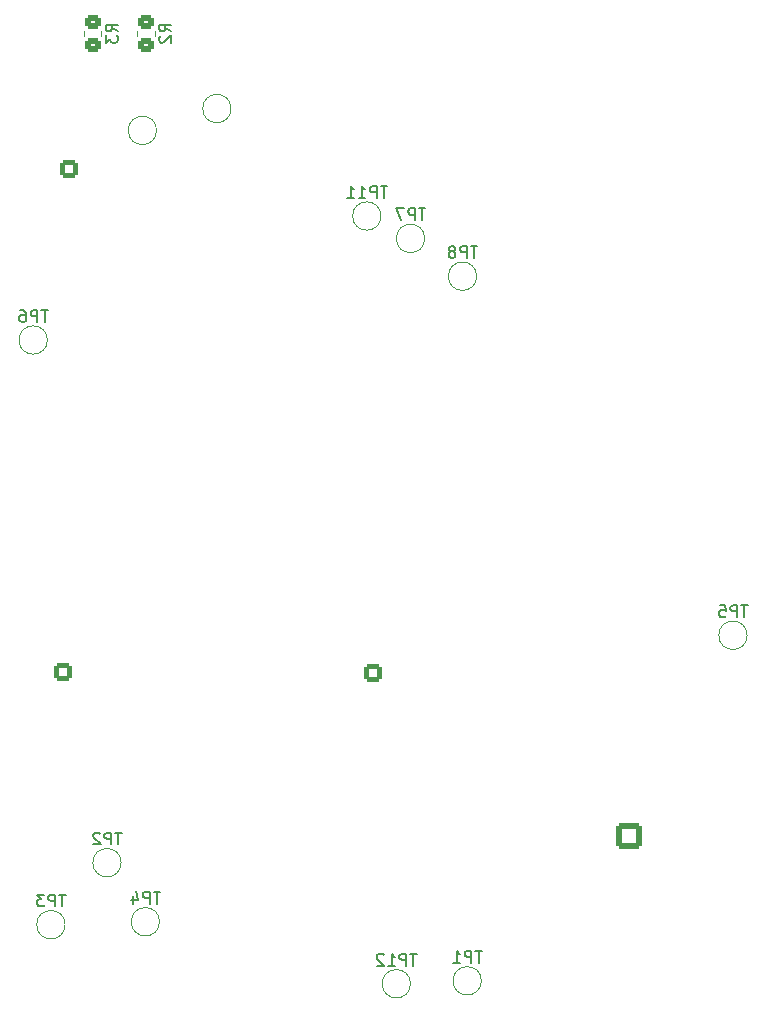
<source format=gbr>
%TF.GenerationSoftware,KiCad,Pcbnew,9.0.6*%
%TF.CreationDate,2026-01-02T13:15:05-05:00*%
%TF.ProjectId,Ionto,496f6e74-6f2e-46b6-9963-61645f706362,rev?*%
%TF.SameCoordinates,Original*%
%TF.FileFunction,Legend,Bot*%
%TF.FilePolarity,Positive*%
%FSLAX46Y46*%
G04 Gerber Fmt 4.6, Leading zero omitted, Abs format (unit mm)*
G04 Created by KiCad (PCBNEW 9.0.6) date 2026-01-02 13:15:05*
%MOMM*%
%LPD*%
G01*
G04 APERTURE LIST*
G04 Aperture macros list*
%AMRoundRect*
0 Rectangle with rounded corners*
0 $1 Rounding radius*
0 $2 $3 $4 $5 $6 $7 $8 $9 X,Y pos of 4 corners*
0 Add a 4 corners polygon primitive as box body*
4,1,4,$2,$3,$4,$5,$6,$7,$8,$9,$2,$3,0*
0 Add four circle primitives for the rounded corners*
1,1,$1+$1,$2,$3*
1,1,$1+$1,$4,$5*
1,1,$1+$1,$6,$7*
1,1,$1+$1,$8,$9*
0 Add four rect primitives between the rounded corners*
20,1,$1+$1,$2,$3,$4,$5,0*
20,1,$1+$1,$4,$5,$6,$7,0*
20,1,$1+$1,$6,$7,$8,$9,0*
20,1,$1+$1,$8,$9,$2,$3,0*%
G04 Aperture macros list end*
%ADD10C,0.150000*%
%ADD11C,0.120000*%
%ADD12C,3.200000*%
%ADD13C,2.600000*%
%ADD14C,4.400000*%
%ADD15O,3.200000X1.900000*%
%ADD16C,1.700000*%
%ADD17C,3.500000*%
%ADD18RoundRect,0.250000X0.550000X0.550000X-0.550000X0.550000X-0.550000X-0.550000X0.550000X-0.550000X0*%
%ADD19C,1.600000*%
%ADD20R,1.050000X1.500000*%
%ADD21O,1.050000X1.500000*%
%ADD22RoundRect,0.650000X0.650000X-0.650000X0.650000X0.650000X-0.650000X0.650000X-0.650000X-0.650000X0*%
%ADD23R,1.700000X1.700000*%
%ADD24C,2.200000*%
%ADD25R,2.000000X1.905000*%
%ADD26O,2.000000X1.905000*%
%ADD27C,3.000000*%
%ADD28C,2.500000*%
%ADD29RoundRect,0.249999X-0.850001X-0.850001X0.850001X-0.850001X0.850001X0.850001X-0.850001X0.850001X0*%
%ADD30R,2.000000X2.000000*%
%ADD31C,2.000000*%
%ADD32C,2.400000*%
%ADD33RoundRect,0.250000X-0.550000X0.550000X-0.550000X-0.550000X0.550000X-0.550000X0.550000X0.550000X0*%
%ADD34C,0.650000*%
%ADD35O,1.000000X2.100000*%
%ADD36O,1.000000X1.600000*%
%ADD37R,1.500000X1.500000*%
%ADD38RoundRect,0.250000X0.450000X-0.350000X0.450000X0.350000X-0.450000X0.350000X-0.450000X-0.350000X0*%
G04 APERTURE END LIST*
D10*
X44411904Y-97966819D02*
X43840476Y-97966819D01*
X44126190Y-98966819D02*
X44126190Y-97966819D01*
X43507142Y-98966819D02*
X43507142Y-97966819D01*
X43507142Y-97966819D02*
X43126190Y-97966819D01*
X43126190Y-97966819D02*
X43030952Y-98014438D01*
X43030952Y-98014438D02*
X42983333Y-98062057D01*
X42983333Y-98062057D02*
X42935714Y-98157295D01*
X42935714Y-98157295D02*
X42935714Y-98300152D01*
X42935714Y-98300152D02*
X42983333Y-98395390D01*
X42983333Y-98395390D02*
X43030952Y-98443009D01*
X43030952Y-98443009D02*
X43126190Y-98490628D01*
X43126190Y-98490628D02*
X43507142Y-98490628D01*
X42078571Y-98300152D02*
X42078571Y-98966819D01*
X42316666Y-97919200D02*
X42554761Y-98633485D01*
X42554761Y-98633485D02*
X41935714Y-98633485D01*
X41161904Y-92966819D02*
X40590476Y-92966819D01*
X40876190Y-93966819D02*
X40876190Y-92966819D01*
X40257142Y-93966819D02*
X40257142Y-92966819D01*
X40257142Y-92966819D02*
X39876190Y-92966819D01*
X39876190Y-92966819D02*
X39780952Y-93014438D01*
X39780952Y-93014438D02*
X39733333Y-93062057D01*
X39733333Y-93062057D02*
X39685714Y-93157295D01*
X39685714Y-93157295D02*
X39685714Y-93300152D01*
X39685714Y-93300152D02*
X39733333Y-93395390D01*
X39733333Y-93395390D02*
X39780952Y-93443009D01*
X39780952Y-93443009D02*
X39876190Y-93490628D01*
X39876190Y-93490628D02*
X40257142Y-93490628D01*
X39304761Y-93062057D02*
X39257142Y-93014438D01*
X39257142Y-93014438D02*
X39161904Y-92966819D01*
X39161904Y-92966819D02*
X38923809Y-92966819D01*
X38923809Y-92966819D02*
X38828571Y-93014438D01*
X38828571Y-93014438D02*
X38780952Y-93062057D01*
X38780952Y-93062057D02*
X38733333Y-93157295D01*
X38733333Y-93157295D02*
X38733333Y-93252533D01*
X38733333Y-93252533D02*
X38780952Y-93395390D01*
X38780952Y-93395390D02*
X39352380Y-93966819D01*
X39352380Y-93966819D02*
X38733333Y-93966819D01*
X40804819Y-25133333D02*
X40328628Y-24800000D01*
X40804819Y-24561905D02*
X39804819Y-24561905D01*
X39804819Y-24561905D02*
X39804819Y-24942857D01*
X39804819Y-24942857D02*
X39852438Y-25038095D01*
X39852438Y-25038095D02*
X39900057Y-25085714D01*
X39900057Y-25085714D02*
X39995295Y-25133333D01*
X39995295Y-25133333D02*
X40138152Y-25133333D01*
X40138152Y-25133333D02*
X40233390Y-25085714D01*
X40233390Y-25085714D02*
X40281009Y-25038095D01*
X40281009Y-25038095D02*
X40328628Y-24942857D01*
X40328628Y-24942857D02*
X40328628Y-24561905D01*
X39804819Y-25466667D02*
X39804819Y-26085714D01*
X39804819Y-26085714D02*
X40185771Y-25752381D01*
X40185771Y-25752381D02*
X40185771Y-25895238D01*
X40185771Y-25895238D02*
X40233390Y-25990476D01*
X40233390Y-25990476D02*
X40281009Y-26038095D01*
X40281009Y-26038095D02*
X40376247Y-26085714D01*
X40376247Y-26085714D02*
X40614342Y-26085714D01*
X40614342Y-26085714D02*
X40709580Y-26038095D01*
X40709580Y-26038095D02*
X40757200Y-25990476D01*
X40757200Y-25990476D02*
X40804819Y-25895238D01*
X40804819Y-25895238D02*
X40804819Y-25609524D01*
X40804819Y-25609524D02*
X40757200Y-25514286D01*
X40757200Y-25514286D02*
X40709580Y-25466667D01*
X63638094Y-38216819D02*
X63066666Y-38216819D01*
X63352380Y-39216819D02*
X63352380Y-38216819D01*
X62733332Y-39216819D02*
X62733332Y-38216819D01*
X62733332Y-38216819D02*
X62352380Y-38216819D01*
X62352380Y-38216819D02*
X62257142Y-38264438D01*
X62257142Y-38264438D02*
X62209523Y-38312057D01*
X62209523Y-38312057D02*
X62161904Y-38407295D01*
X62161904Y-38407295D02*
X62161904Y-38550152D01*
X62161904Y-38550152D02*
X62209523Y-38645390D01*
X62209523Y-38645390D02*
X62257142Y-38693009D01*
X62257142Y-38693009D02*
X62352380Y-38740628D01*
X62352380Y-38740628D02*
X62733332Y-38740628D01*
X61209523Y-39216819D02*
X61780951Y-39216819D01*
X61495237Y-39216819D02*
X61495237Y-38216819D01*
X61495237Y-38216819D02*
X61590475Y-38359676D01*
X61590475Y-38359676D02*
X61685713Y-38454914D01*
X61685713Y-38454914D02*
X61780951Y-38502533D01*
X60257142Y-39216819D02*
X60828570Y-39216819D01*
X60542856Y-39216819D02*
X60542856Y-38216819D01*
X60542856Y-38216819D02*
X60638094Y-38359676D01*
X60638094Y-38359676D02*
X60733332Y-38454914D01*
X60733332Y-38454914D02*
X60828570Y-38502533D01*
X45304819Y-25133333D02*
X44828628Y-24800000D01*
X45304819Y-24561905D02*
X44304819Y-24561905D01*
X44304819Y-24561905D02*
X44304819Y-24942857D01*
X44304819Y-24942857D02*
X44352438Y-25038095D01*
X44352438Y-25038095D02*
X44400057Y-25085714D01*
X44400057Y-25085714D02*
X44495295Y-25133333D01*
X44495295Y-25133333D02*
X44638152Y-25133333D01*
X44638152Y-25133333D02*
X44733390Y-25085714D01*
X44733390Y-25085714D02*
X44781009Y-25038095D01*
X44781009Y-25038095D02*
X44828628Y-24942857D01*
X44828628Y-24942857D02*
X44828628Y-24561905D01*
X44400057Y-25514286D02*
X44352438Y-25561905D01*
X44352438Y-25561905D02*
X44304819Y-25657143D01*
X44304819Y-25657143D02*
X44304819Y-25895238D01*
X44304819Y-25895238D02*
X44352438Y-25990476D01*
X44352438Y-25990476D02*
X44400057Y-26038095D01*
X44400057Y-26038095D02*
X44495295Y-26085714D01*
X44495295Y-26085714D02*
X44590533Y-26085714D01*
X44590533Y-26085714D02*
X44733390Y-26038095D01*
X44733390Y-26038095D02*
X45304819Y-25466667D01*
X45304819Y-25466667D02*
X45304819Y-26085714D01*
X36411904Y-98216819D02*
X35840476Y-98216819D01*
X36126190Y-99216819D02*
X36126190Y-98216819D01*
X35507142Y-99216819D02*
X35507142Y-98216819D01*
X35507142Y-98216819D02*
X35126190Y-98216819D01*
X35126190Y-98216819D02*
X35030952Y-98264438D01*
X35030952Y-98264438D02*
X34983333Y-98312057D01*
X34983333Y-98312057D02*
X34935714Y-98407295D01*
X34935714Y-98407295D02*
X34935714Y-98550152D01*
X34935714Y-98550152D02*
X34983333Y-98645390D01*
X34983333Y-98645390D02*
X35030952Y-98693009D01*
X35030952Y-98693009D02*
X35126190Y-98740628D01*
X35126190Y-98740628D02*
X35507142Y-98740628D01*
X34602380Y-98216819D02*
X33983333Y-98216819D01*
X33983333Y-98216819D02*
X34316666Y-98597771D01*
X34316666Y-98597771D02*
X34173809Y-98597771D01*
X34173809Y-98597771D02*
X34078571Y-98645390D01*
X34078571Y-98645390D02*
X34030952Y-98693009D01*
X34030952Y-98693009D02*
X33983333Y-98788247D01*
X33983333Y-98788247D02*
X33983333Y-99026342D01*
X33983333Y-99026342D02*
X34030952Y-99121580D01*
X34030952Y-99121580D02*
X34078571Y-99169200D01*
X34078571Y-99169200D02*
X34173809Y-99216819D01*
X34173809Y-99216819D02*
X34459523Y-99216819D01*
X34459523Y-99216819D02*
X34554761Y-99169200D01*
X34554761Y-99169200D02*
X34602380Y-99121580D01*
X94161904Y-73716819D02*
X93590476Y-73716819D01*
X93876190Y-74716819D02*
X93876190Y-73716819D01*
X93257142Y-74716819D02*
X93257142Y-73716819D01*
X93257142Y-73716819D02*
X92876190Y-73716819D01*
X92876190Y-73716819D02*
X92780952Y-73764438D01*
X92780952Y-73764438D02*
X92733333Y-73812057D01*
X92733333Y-73812057D02*
X92685714Y-73907295D01*
X92685714Y-73907295D02*
X92685714Y-74050152D01*
X92685714Y-74050152D02*
X92733333Y-74145390D01*
X92733333Y-74145390D02*
X92780952Y-74193009D01*
X92780952Y-74193009D02*
X92876190Y-74240628D01*
X92876190Y-74240628D02*
X93257142Y-74240628D01*
X91780952Y-73716819D02*
X92257142Y-73716819D01*
X92257142Y-73716819D02*
X92304761Y-74193009D01*
X92304761Y-74193009D02*
X92257142Y-74145390D01*
X92257142Y-74145390D02*
X92161904Y-74097771D01*
X92161904Y-74097771D02*
X91923809Y-74097771D01*
X91923809Y-74097771D02*
X91828571Y-74145390D01*
X91828571Y-74145390D02*
X91780952Y-74193009D01*
X91780952Y-74193009D02*
X91733333Y-74288247D01*
X91733333Y-74288247D02*
X91733333Y-74526342D01*
X91733333Y-74526342D02*
X91780952Y-74621580D01*
X91780952Y-74621580D02*
X91828571Y-74669200D01*
X91828571Y-74669200D02*
X91923809Y-74716819D01*
X91923809Y-74716819D02*
X92161904Y-74716819D01*
X92161904Y-74716819D02*
X92257142Y-74669200D01*
X92257142Y-74669200D02*
X92304761Y-74621580D01*
X66861904Y-40116819D02*
X66290476Y-40116819D01*
X66576190Y-41116819D02*
X66576190Y-40116819D01*
X65957142Y-41116819D02*
X65957142Y-40116819D01*
X65957142Y-40116819D02*
X65576190Y-40116819D01*
X65576190Y-40116819D02*
X65480952Y-40164438D01*
X65480952Y-40164438D02*
X65433333Y-40212057D01*
X65433333Y-40212057D02*
X65385714Y-40307295D01*
X65385714Y-40307295D02*
X65385714Y-40450152D01*
X65385714Y-40450152D02*
X65433333Y-40545390D01*
X65433333Y-40545390D02*
X65480952Y-40593009D01*
X65480952Y-40593009D02*
X65576190Y-40640628D01*
X65576190Y-40640628D02*
X65957142Y-40640628D01*
X65052380Y-40116819D02*
X64385714Y-40116819D01*
X64385714Y-40116819D02*
X64814285Y-41116819D01*
X66138094Y-103216819D02*
X65566666Y-103216819D01*
X65852380Y-104216819D02*
X65852380Y-103216819D01*
X65233332Y-104216819D02*
X65233332Y-103216819D01*
X65233332Y-103216819D02*
X64852380Y-103216819D01*
X64852380Y-103216819D02*
X64757142Y-103264438D01*
X64757142Y-103264438D02*
X64709523Y-103312057D01*
X64709523Y-103312057D02*
X64661904Y-103407295D01*
X64661904Y-103407295D02*
X64661904Y-103550152D01*
X64661904Y-103550152D02*
X64709523Y-103645390D01*
X64709523Y-103645390D02*
X64757142Y-103693009D01*
X64757142Y-103693009D02*
X64852380Y-103740628D01*
X64852380Y-103740628D02*
X65233332Y-103740628D01*
X63709523Y-104216819D02*
X64280951Y-104216819D01*
X63995237Y-104216819D02*
X63995237Y-103216819D01*
X63995237Y-103216819D02*
X64090475Y-103359676D01*
X64090475Y-103359676D02*
X64185713Y-103454914D01*
X64185713Y-103454914D02*
X64280951Y-103502533D01*
X63328570Y-103312057D02*
X63280951Y-103264438D01*
X63280951Y-103264438D02*
X63185713Y-103216819D01*
X63185713Y-103216819D02*
X62947618Y-103216819D01*
X62947618Y-103216819D02*
X62852380Y-103264438D01*
X62852380Y-103264438D02*
X62804761Y-103312057D01*
X62804761Y-103312057D02*
X62757142Y-103407295D01*
X62757142Y-103407295D02*
X62757142Y-103502533D01*
X62757142Y-103502533D02*
X62804761Y-103645390D01*
X62804761Y-103645390D02*
X63376189Y-104216819D01*
X63376189Y-104216819D02*
X62757142Y-104216819D01*
X34911904Y-48716819D02*
X34340476Y-48716819D01*
X34626190Y-49716819D02*
X34626190Y-48716819D01*
X34007142Y-49716819D02*
X34007142Y-48716819D01*
X34007142Y-48716819D02*
X33626190Y-48716819D01*
X33626190Y-48716819D02*
X33530952Y-48764438D01*
X33530952Y-48764438D02*
X33483333Y-48812057D01*
X33483333Y-48812057D02*
X33435714Y-48907295D01*
X33435714Y-48907295D02*
X33435714Y-49050152D01*
X33435714Y-49050152D02*
X33483333Y-49145390D01*
X33483333Y-49145390D02*
X33530952Y-49193009D01*
X33530952Y-49193009D02*
X33626190Y-49240628D01*
X33626190Y-49240628D02*
X34007142Y-49240628D01*
X32578571Y-48716819D02*
X32769047Y-48716819D01*
X32769047Y-48716819D02*
X32864285Y-48764438D01*
X32864285Y-48764438D02*
X32911904Y-48812057D01*
X32911904Y-48812057D02*
X33007142Y-48954914D01*
X33007142Y-48954914D02*
X33054761Y-49145390D01*
X33054761Y-49145390D02*
X33054761Y-49526342D01*
X33054761Y-49526342D02*
X33007142Y-49621580D01*
X33007142Y-49621580D02*
X32959523Y-49669200D01*
X32959523Y-49669200D02*
X32864285Y-49716819D01*
X32864285Y-49716819D02*
X32673809Y-49716819D01*
X32673809Y-49716819D02*
X32578571Y-49669200D01*
X32578571Y-49669200D02*
X32530952Y-49621580D01*
X32530952Y-49621580D02*
X32483333Y-49526342D01*
X32483333Y-49526342D02*
X32483333Y-49288247D01*
X32483333Y-49288247D02*
X32530952Y-49193009D01*
X32530952Y-49193009D02*
X32578571Y-49145390D01*
X32578571Y-49145390D02*
X32673809Y-49097771D01*
X32673809Y-49097771D02*
X32864285Y-49097771D01*
X32864285Y-49097771D02*
X32959523Y-49145390D01*
X32959523Y-49145390D02*
X33007142Y-49193009D01*
X33007142Y-49193009D02*
X33054761Y-49288247D01*
X71661904Y-102966819D02*
X71090476Y-102966819D01*
X71376190Y-103966819D02*
X71376190Y-102966819D01*
X70757142Y-103966819D02*
X70757142Y-102966819D01*
X70757142Y-102966819D02*
X70376190Y-102966819D01*
X70376190Y-102966819D02*
X70280952Y-103014438D01*
X70280952Y-103014438D02*
X70233333Y-103062057D01*
X70233333Y-103062057D02*
X70185714Y-103157295D01*
X70185714Y-103157295D02*
X70185714Y-103300152D01*
X70185714Y-103300152D02*
X70233333Y-103395390D01*
X70233333Y-103395390D02*
X70280952Y-103443009D01*
X70280952Y-103443009D02*
X70376190Y-103490628D01*
X70376190Y-103490628D02*
X70757142Y-103490628D01*
X69233333Y-103966819D02*
X69804761Y-103966819D01*
X69519047Y-103966819D02*
X69519047Y-102966819D01*
X69519047Y-102966819D02*
X69614285Y-103109676D01*
X69614285Y-103109676D02*
X69709523Y-103204914D01*
X69709523Y-103204914D02*
X69804761Y-103252533D01*
X71261904Y-43316819D02*
X70690476Y-43316819D01*
X70976190Y-44316819D02*
X70976190Y-43316819D01*
X70357142Y-44316819D02*
X70357142Y-43316819D01*
X70357142Y-43316819D02*
X69976190Y-43316819D01*
X69976190Y-43316819D02*
X69880952Y-43364438D01*
X69880952Y-43364438D02*
X69833333Y-43412057D01*
X69833333Y-43412057D02*
X69785714Y-43507295D01*
X69785714Y-43507295D02*
X69785714Y-43650152D01*
X69785714Y-43650152D02*
X69833333Y-43745390D01*
X69833333Y-43745390D02*
X69880952Y-43793009D01*
X69880952Y-43793009D02*
X69976190Y-43840628D01*
X69976190Y-43840628D02*
X70357142Y-43840628D01*
X69214285Y-43745390D02*
X69309523Y-43697771D01*
X69309523Y-43697771D02*
X69357142Y-43650152D01*
X69357142Y-43650152D02*
X69404761Y-43554914D01*
X69404761Y-43554914D02*
X69404761Y-43507295D01*
X69404761Y-43507295D02*
X69357142Y-43412057D01*
X69357142Y-43412057D02*
X69309523Y-43364438D01*
X69309523Y-43364438D02*
X69214285Y-43316819D01*
X69214285Y-43316819D02*
X69023809Y-43316819D01*
X69023809Y-43316819D02*
X68928571Y-43364438D01*
X68928571Y-43364438D02*
X68880952Y-43412057D01*
X68880952Y-43412057D02*
X68833333Y-43507295D01*
X68833333Y-43507295D02*
X68833333Y-43554914D01*
X68833333Y-43554914D02*
X68880952Y-43650152D01*
X68880952Y-43650152D02*
X68928571Y-43697771D01*
X68928571Y-43697771D02*
X69023809Y-43745390D01*
X69023809Y-43745390D02*
X69214285Y-43745390D01*
X69214285Y-43745390D02*
X69309523Y-43793009D01*
X69309523Y-43793009D02*
X69357142Y-43840628D01*
X69357142Y-43840628D02*
X69404761Y-43935866D01*
X69404761Y-43935866D02*
X69404761Y-44126342D01*
X69404761Y-44126342D02*
X69357142Y-44221580D01*
X69357142Y-44221580D02*
X69309523Y-44269200D01*
X69309523Y-44269200D02*
X69214285Y-44316819D01*
X69214285Y-44316819D02*
X69023809Y-44316819D01*
X69023809Y-44316819D02*
X68928571Y-44269200D01*
X68928571Y-44269200D02*
X68880952Y-44221580D01*
X68880952Y-44221580D02*
X68833333Y-44126342D01*
X68833333Y-44126342D02*
X68833333Y-43935866D01*
X68833333Y-43935866D02*
X68880952Y-43840628D01*
X68880952Y-43840628D02*
X68928571Y-43793009D01*
X68928571Y-43793009D02*
X69023809Y-43745390D01*
D11*
%TO.C,TP4*%
X44350000Y-100510000D02*
G75*
G02*
X41950000Y-100510000I-1200000J0D01*
G01*
X41950000Y-100510000D02*
G75*
G02*
X44350000Y-100510000I1200000J0D01*
G01*
%TO.C,TP2*%
X41100000Y-95510000D02*
G75*
G02*
X38700000Y-95510000I-1200000J0D01*
G01*
X38700000Y-95510000D02*
G75*
G02*
X41100000Y-95510000I1200000J0D01*
G01*
%TO.C,R3*%
X37965000Y-25527064D02*
X37965000Y-25072936D01*
X39435000Y-25527064D02*
X39435000Y-25072936D01*
%TO.C,TP11*%
X63100000Y-40760000D02*
G75*
G02*
X60700000Y-40760000I-1200000J0D01*
G01*
X60700000Y-40760000D02*
G75*
G02*
X63100000Y-40760000I1200000J0D01*
G01*
%TO.C,R2*%
X42465000Y-25527064D02*
X42465000Y-25072936D01*
X43935000Y-25527064D02*
X43935000Y-25072936D01*
%TO.C,TP3*%
X36350000Y-100760000D02*
G75*
G02*
X33950000Y-100760000I-1200000J0D01*
G01*
X33950000Y-100760000D02*
G75*
G02*
X36350000Y-100760000I1200000J0D01*
G01*
%TO.C,TP10*%
X50400000Y-31660000D02*
G75*
G02*
X48000000Y-31660000I-1200000J0D01*
G01*
X48000000Y-31660000D02*
G75*
G02*
X50400000Y-31660000I1200000J0D01*
G01*
%TO.C,TP5*%
X94100000Y-76260000D02*
G75*
G02*
X91700000Y-76260000I-1200000J0D01*
G01*
X91700000Y-76260000D02*
G75*
G02*
X94100000Y-76260000I1200000J0D01*
G01*
%TO.C,TP7*%
X66800000Y-42660000D02*
G75*
G02*
X64400000Y-42660000I-1200000J0D01*
G01*
X64400000Y-42660000D02*
G75*
G02*
X66800000Y-42660000I1200000J0D01*
G01*
%TO.C,TP12*%
X65600000Y-105760000D02*
G75*
G02*
X63200000Y-105760000I-1200000J0D01*
G01*
X63200000Y-105760000D02*
G75*
G02*
X65600000Y-105760000I1200000J0D01*
G01*
%TO.C,TP6*%
X34850000Y-51260000D02*
G75*
G02*
X32450000Y-51260000I-1200000J0D01*
G01*
X32450000Y-51260000D02*
G75*
G02*
X34850000Y-51260000I1200000J0D01*
G01*
%TO.C,TP1*%
X71600000Y-105510000D02*
G75*
G02*
X69200000Y-105510000I-1200000J0D01*
G01*
X69200000Y-105510000D02*
G75*
G02*
X71600000Y-105510000I1200000J0D01*
G01*
%TO.C,TP9*%
X44100000Y-33510000D02*
G75*
G02*
X41700000Y-33510000I-1200000J0D01*
G01*
X41700000Y-33510000D02*
G75*
G02*
X44100000Y-33510000I1200000J0D01*
G01*
%TO.C,TP8*%
X71200000Y-45860000D02*
G75*
G02*
X68800000Y-45860000I-1200000J0D01*
G01*
X68800000Y-45860000D02*
G75*
G02*
X71200000Y-45860000I1200000J0D01*
G01*
%TD*%
%LPC*%
D12*
%TO.C,REF\u002A\u002A*%
X38300000Y-108260000D03*
%TD*%
D13*
%TO.C,H1*%
X78214000Y-29020000D03*
D14*
X78214000Y-29020000D03*
%TD*%
D15*
%TO.C,SW5*%
X45650000Y-61010000D03*
X58150000Y-61010000D03*
X45650000Y-66010000D03*
X58150000Y-66010000D03*
%TD*%
D16*
%TO.C,J5*%
X46990000Y-104170000D03*
X57150000Y-104170000D03*
X46990000Y-94010000D03*
X57150000Y-94010000D03*
D17*
X52070000Y-97810000D03*
%TD*%
D18*
%TO.C,U5*%
X27980000Y-50070000D03*
D19*
X27980000Y-47530000D03*
X27980000Y-44990000D03*
X27980000Y-42450000D03*
X17820000Y-42450000D03*
X17820000Y-44990000D03*
X17820000Y-47530000D03*
X17820000Y-50070000D03*
%TD*%
D20*
%TO.C,Q1*%
X45110000Y-51510000D03*
D21*
X43840000Y-51510000D03*
X42570000Y-51510000D03*
%TD*%
D22*
%TO.C,J1*%
X103650000Y-49800000D03*
D13*
X103650000Y-44720000D03*
%TD*%
D20*
%TO.C,Q2*%
X45150000Y-46010000D03*
D21*
X43880000Y-46010000D03*
X42610000Y-46010000D03*
%TD*%
D15*
%TO.C,SW4*%
X61650000Y-61010000D03*
X74150000Y-61010000D03*
X61650000Y-66010000D03*
X74150000Y-66010000D03*
%TD*%
D12*
%TO.C,REF\u002A\u002A*%
X112900000Y-108260000D03*
%TD*%
D23*
%TO.C,J2*%
X72497000Y-28860000D03*
D16*
X69957000Y-28860000D03*
X67417000Y-28860000D03*
X64877000Y-28860000D03*
%TD*%
D12*
%TO.C,REF\u002A\u002A*%
X112900000Y-22760000D03*
%TD*%
%TO.C,REF\u002A\u002A*%
X23200000Y-25460000D03*
%TD*%
D15*
%TO.C,SW3*%
X77650000Y-61010000D03*
X90150000Y-61010000D03*
X77650000Y-66010000D03*
X90150000Y-66010000D03*
%TD*%
D24*
%TO.C,SW2*%
X55749000Y-22701000D03*
X62749000Y-22701000D03*
D16*
X56999000Y-20201000D03*
X61499000Y-20201000D03*
%TD*%
D25*
%TO.C,Q3*%
X32300000Y-60650000D03*
D26*
X32300000Y-58110000D03*
X32300000Y-55570000D03*
%TD*%
D27*
%TO.C,K1*%
X25850000Y-89410000D03*
D28*
X31900000Y-87460000D03*
D27*
X31900000Y-75260000D03*
X19850000Y-75210000D03*
D28*
X19900000Y-87460000D03*
%TD*%
D13*
%TO.C,H3*%
X55114000Y-52580000D03*
D14*
X55114000Y-52580000D03*
%TD*%
D29*
%TO.C,D4*%
X84070000Y-93260000D03*
D24*
X94230000Y-93260000D03*
%TD*%
D30*
%TO.C,BZ1*%
X109150000Y-30510000D03*
D31*
X109150000Y-25510000D03*
%TD*%
D27*
%TO.C,K2*%
X52100000Y-89460000D03*
D28*
X58150000Y-87510000D03*
D27*
X58150000Y-75310000D03*
X46100000Y-75260000D03*
D28*
X46150000Y-87510000D03*
%TD*%
D32*
%TO.C,R12*%
X94150000Y-97760000D03*
X78910000Y-97760000D03*
%TD*%
D33*
%TO.C,D2*%
X36150000Y-79340000D03*
D19*
X36150000Y-86960000D03*
%TD*%
D16*
%TO.C,J4*%
X20740000Y-104120000D03*
X30900000Y-104120000D03*
X20740000Y-93960000D03*
X30900000Y-93960000D03*
D17*
X25820000Y-97760000D03*
%TD*%
D32*
%TO.C,R11*%
X34150000Y-66000000D03*
X18910000Y-66000000D03*
%TD*%
D31*
%TO.C,U4*%
X106800000Y-57310000D03*
X106800000Y-59850000D03*
D30*
X106800000Y-62390000D03*
X106800000Y-64930000D03*
D31*
X106800000Y-103030000D03*
X106800000Y-105570000D03*
D30*
X106800000Y-108110000D03*
%TD*%
D13*
%TO.C,H2*%
X55114000Y-29020000D03*
D14*
X55114000Y-29020000D03*
%TD*%
D34*
%TO.C,J3*%
X45140000Y-20670000D03*
X39360000Y-20670000D03*
D35*
X46570000Y-21170000D03*
D36*
X46570000Y-16990000D03*
D35*
X37930000Y-21170000D03*
D36*
X37930000Y-16990000D03*
%TD*%
D33*
%TO.C,D3*%
X62400000Y-79450000D03*
D19*
X62400000Y-87070000D03*
%TD*%
D37*
%TO.C,SW1*%
X110860000Y-38260000D03*
D19*
X113400000Y-38260000D03*
X108320000Y-38260000D03*
%TD*%
D18*
%TO.C,U6*%
X36650000Y-36800000D03*
D19*
X36650000Y-34260000D03*
X29030000Y-34260000D03*
X29030000Y-36800000D03*
%TD*%
D31*
%TO.C,TP4*%
X43150000Y-100510000D03*
%TD*%
%TO.C,TP2*%
X39900000Y-95510000D03*
%TD*%
D38*
%TO.C,R3*%
X38700000Y-26300000D03*
X38700000Y-24300000D03*
%TD*%
D31*
%TO.C,TP11*%
X61900000Y-40760000D03*
%TD*%
D38*
%TO.C,R2*%
X43200000Y-26300000D03*
X43200000Y-24300000D03*
%TD*%
D31*
%TO.C,TP3*%
X35150000Y-100760000D03*
%TD*%
%TO.C,TP10*%
X49200000Y-31660000D03*
%TD*%
%TO.C,TP5*%
X92900000Y-76260000D03*
%TD*%
%TO.C,TP7*%
X65600000Y-42660000D03*
%TD*%
%TO.C,TP12*%
X64400000Y-105760000D03*
%TD*%
%TO.C,TP6*%
X33650000Y-51260000D03*
%TD*%
%TO.C,TP1*%
X70400000Y-105510000D03*
%TD*%
%TO.C,TP9*%
X42900000Y-33510000D03*
%TD*%
%TO.C,TP8*%
X70000000Y-45860000D03*
%TD*%
%LPD*%
M02*

</source>
